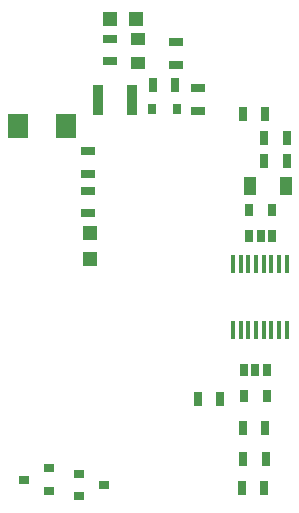
<source format=gtp>
G04 #@! TF.GenerationSoftware,KiCad,Pcbnew,5.0.0-fee4fd1~66~ubuntu18.04.1*
G04 #@! TF.CreationDate,2019-04-13T12:44:34-04:00*
G04 #@! TF.ProjectId,IMD_v1,494D445F76312E6B696361645F706362,rev?*
G04 #@! TF.SameCoordinates,Original*
G04 #@! TF.FileFunction,Paste,Top*
G04 #@! TF.FilePolarity,Positive*
%FSLAX46Y46*%
G04 Gerber Fmt 4.6, Leading zero omitted, Abs format (unit mm)*
G04 Created by KiCad (PCBNEW 5.0.0-fee4fd1~66~ubuntu18.04.1) date Sat Apr 13 12:44:34 2019*
%MOMM*%
%LPD*%
G01*
G04 APERTURE LIST*
%ADD10R,1.000000X1.600000*%
%ADD11R,1.250000X1.000000*%
%ADD12R,1.778000X2.159000*%
%ADD13R,1.200000X1.200000*%
%ADD14R,0.800000X0.900000*%
%ADD15R,0.900000X2.500000*%
%ADD16R,0.900000X0.800000*%
%ADD17R,1.300000X0.700000*%
%ADD18R,0.700000X1.300000*%
%ADD19R,0.650000X1.060000*%
%ADD20R,0.350000X1.600000*%
G04 APERTURE END LIST*
D10*
G04 #@! TO.C,C2*
X118149500Y-73977500D03*
X115149500Y-73977500D03*
G04 #@! TD*
D11*
G04 #@! TO.C,C1*
X105600500Y-63595000D03*
X105600500Y-61595000D03*
G04 #@! TD*
D12*
G04 #@! TO.C,D1*
X95440500Y-68961000D03*
X99504500Y-68961000D03*
G04 #@! TD*
D13*
G04 #@! TO.C,D2*
X105473500Y-59880500D03*
X103273500Y-59880500D03*
G04 #@! TD*
D14*
G04 #@! TO.C,D3*
X108907000Y-67500500D03*
X106807000Y-67500500D03*
G04 #@! TD*
D13*
G04 #@! TO.C,D4*
X101600000Y-77978000D03*
X101600000Y-80178000D03*
G04 #@! TD*
D15*
G04 #@! TO.C,F1*
X102256000Y-66738500D03*
X105156000Y-66738500D03*
G04 #@! TD*
D16*
G04 #@! TO.C,Q1*
X102777000Y-99314000D03*
X100677000Y-100264000D03*
X100677000Y-98364000D03*
G04 #@! TD*
G04 #@! TO.C,Q2*
X98078000Y-99819500D03*
X98078000Y-97919500D03*
X95978000Y-98869500D03*
G04 #@! TD*
D17*
G04 #@! TO.C,R1*
X103251000Y-61531500D03*
X103251000Y-63431500D03*
G04 #@! TD*
D18*
G04 #@! TO.C,R2*
X106870500Y-65468500D03*
X108770500Y-65468500D03*
G04 #@! TD*
D17*
G04 #@! TO.C,R3*
X108839000Y-63751500D03*
X108839000Y-61851500D03*
G04 #@! TD*
G04 #@! TO.C,R4*
X110680500Y-67625000D03*
X110680500Y-65725000D03*
G04 #@! TD*
D18*
G04 #@! TO.C,R5*
X116393000Y-67945000D03*
X114493000Y-67945000D03*
G04 #@! TD*
G04 #@! TO.C,R6*
X114432000Y-99568000D03*
X116332000Y-99568000D03*
G04 #@! TD*
G04 #@! TO.C,R7*
X114495500Y-94488000D03*
X116395500Y-94488000D03*
G04 #@! TD*
G04 #@! TO.C,R8*
X118234500Y-69977000D03*
X116334500Y-69977000D03*
G04 #@! TD*
G04 #@! TO.C,R9*
X112585500Y-92011500D03*
X110685500Y-92011500D03*
G04 #@! TD*
G04 #@! TO.C,R10*
X116334500Y-71882000D03*
X118234500Y-71882000D03*
G04 #@! TD*
D17*
G04 #@! TO.C,R11*
X101409500Y-71056500D03*
X101409500Y-72956500D03*
G04 #@! TD*
G04 #@! TO.C,R12*
X101409500Y-76322000D03*
X101409500Y-74422000D03*
G04 #@! TD*
D18*
G04 #@! TO.C,R13*
X116459000Y-97091500D03*
X114559000Y-97091500D03*
G04 #@! TD*
D19*
G04 #@! TO.C,U2*
X116522500Y-91757500D03*
X114622500Y-91757500D03*
X114622500Y-89557500D03*
X115572500Y-89557500D03*
X116522500Y-89557500D03*
G04 #@! TD*
G04 #@! TO.C,U3*
X115064500Y-78252500D03*
X116014500Y-78252500D03*
X116964500Y-78252500D03*
X116964500Y-76052500D03*
X115064500Y-76052500D03*
G04 #@! TD*
D20*
G04 #@! TO.C,U4*
X113676000Y-86239000D03*
X114326000Y-86239000D03*
X114976000Y-86239000D03*
X115626000Y-86239000D03*
X116276000Y-86239000D03*
X116926000Y-86239000D03*
X117576000Y-86239000D03*
X118226000Y-86239000D03*
X118226000Y-80639000D03*
X117576000Y-80639000D03*
X116926000Y-80639000D03*
X116276000Y-80639000D03*
X115626000Y-80639000D03*
X114976000Y-80639000D03*
X114326000Y-80639000D03*
X113676000Y-80639000D03*
G04 #@! TD*
M02*

</source>
